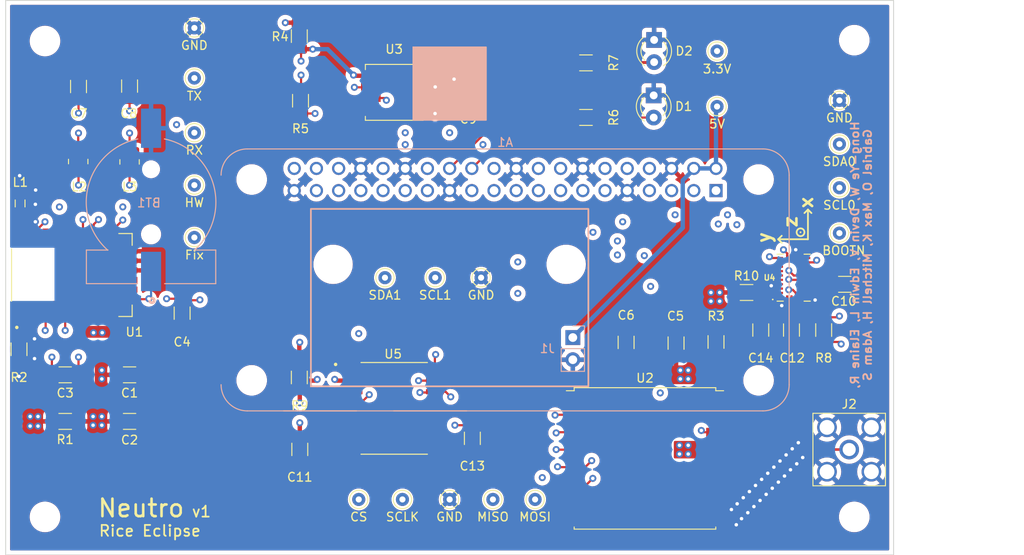
<source format=kicad_pcb>
(kicad_pcb (version 20211014) (generator pcbnew)
  (title_block (title "Neutro") (date "2023-01-05") (rev "v1") (company "Rice Eclipse"))
  (layers (0 "F.Cu" signal) (1 "In1.Cu" signal) (2 "In2.Cu" signal) (31 "B.Cu" signal) (34 "B.Paste" user) (35 "F.Paste" user) (36 "B.SilkS" user "B.Silkscreen") (37 "F.SilkS" user "F.Silkscreen") (38 "B.Mask" user) (39 "F.Mask" user) (44 "Edge.Cuts" user))
  (net 0 "")
  (net 1 "+3.3V")
  (net 2 "+5V")
  (net 3 "SDA1")
  (net 4 "GND")
  (net 5 "SCL1")
  (net 6 "RX")
  (net 7 "TX")
  (net 8 "RST-RTC")
  (net 10 "RST-TRX")
  (net 12 "MOSI0")
  (net 13 "MISO0")
  (net 14 "CLKSEL0")
  (net 15 "SCLK")
  (net 16 "CS")
  (net 17 "SDA0")
  (net 18 "SCL0")
  (net 19 "BOOTN")
  (net 20 "INTN")
  (net 21 "NRST")
  (net 22 "/gps_pwr")
  (net 23 "+BATT")
  (net 24 "Net-(C11-Pad2)")
  (net 25 "Net-(D1-Pad2)")
  (net 26 "Net-(L1-Pad2)")
  (net 27 "Net-(L2-Pad1)")
  (net 28 "Net-(L3-Pad1)")
  (net 29 "Net-(C10-Pad2)")
  (net 31 "Net-(C12-Pad2)")
  (net 32 "Net-(J2-Pad1)")
  (net 46 "Net-(C3-Pad1)")
  (net 47 "Net-(C3-Pad2)")
  (net 48 "DIO0")
  (net 49 "Net-(C9-Pad2)")
  (net 50 "Net-(R2-Pad2)")
  (net 64 "FIX")
  (net 65 "HW")
  (net 69 "Net-(D2-Pad2)")
  (net 70 "Net-(R5-Pad2)")
  (net 71 "Net-(A1-Pad24)")
  (net 72 "Net-(A1-Pad26)")
  (net 75 "/t_pwr")
  (footprint "TestPoint:TestPoint_THTPad_D1.5mm_Drill0.7mm" (layer "F.Cu") (at 157.353 127 180)
    (fp_text reference "TP2")
    (fp_text value "MISO")
  )
  (footprint "Resistor_SMD:R_1206_3216Metric" (layer "F.Cu") (at 103.124 109.8 90)
    (fp_text reference "R2")
    (fp_text value "0")
  )
  (footprint "Capacitor_SMD:C_1206_3216Metric" (layer "F.Cu") (at 115.777998 112.7275 180)
    (fp_text reference "C1")
    (fp_text value "22p")
  )
  (footprint "Resistor_SMD:R_1206_3216Metric" (layer "F.Cu") (at 135.2 113.029 -90)
    (fp_text reference "R9")
    (fp_text value "0")
  )
  (footprint "TestPoint:TestPoint_THTPad_D1.5mm_Drill0.7mm" (layer "F.Cu") (at 145 101.6)
    (fp_text reference "TP14")
    (fp_text value "SDA1")
  )
  (footprint "Capacitor_SMD:C_1206_3216Metric" (layer "F.Cu") (at 135.255 121.269 90)
    (fp_text reference "C11")
    (fp_text value "0.47u")
  )
  (footprint "TestPoint:TestPoint_THTPad_D1.5mm_Drill0.7mm" (layer "F.Cu") (at 123.19 73 180)
    (fp_text reference "TP6")
    (fp_text value "GND")
  )
  (footprint "MountingHole:MountingHole_2.5mm" (layer "F.Cu") (at 198.7 74.4)
    (fp_text reference "H2")
    (fp_text value "MountingHole")
  )
  (footprint "Capacitor_SMD:C_1206_3216Metric" (layer "F.Cu") (at 115.777998 118.0615 180)
    (fp_text reference "C2")
    (fp_text value "2.2u")
  )
  (footprint "TestPoint:TestPoint_THTPad_D1.5mm_Drill0.7mm" (layer "F.Cu") (at 183 82)
    (fp_text reference "TP15")
    (fp_text value "5V")
  )
  (footprint "TestPoint:TestPoint_THTPad_D1.5mm_Drill0.7mm" (layer "F.Cu") (at 142 127 180)
    (fp_text reference "TP4")
    (fp_text value "CS")
  )
  (footprint "TestPoint:TestPoint_THTPad_D1.5mm_Drill0.7mm" (layer "F.Cu") (at 123.19 91)
    (fp_text reference "TP8")
    (fp_text value "HW")
  )
  (footprint "Capacitor_SMD:C_1206_3216Metric" (layer "F.Cu") (at 188 107.6 90)
    (fp_text reference "C14")
    (fp_text value "0.1u")
  )
  (footprint "Capacitor_SMD:C_1206_3216Metric" (layer "F.Cu") (at 154.559 80.264 90)
    (fp_text reference "C9")
    (fp_text value "100 nF")
  )
  (footprint "Resistor_SMD:R_1206_3216Metric" (layer "F.Cu") (at 186.3745 103.3)
    (fp_text reference "R10")
    (fp_text value "0")
  )
  (footprint "Capacitor_SMD:C_1206_3216Metric" (layer "F.Cu") (at 197.612 102.362 180)
    (fp_text reference "C10")
    (fp_text value "0.1u")
  )
  (footprint "TestPoint:TestPoint_THTPad_D1.5mm_Drill0.7mm" (layer "F.Cu") (at 197 81.3)
    (fp_text reference "TP17")
    (fp_text value "GND")
  )
  (footprint "Inductor_SMD:L_1008_2520Metric" (layer "F.Cu") (at 115.777998 88.3435 90)
    (fp_text reference "L3")
    (fp_text value "47n")
  )
  (footprint "Resistor_SMD:R_1206_3216Metric" (layer "F.Cu") (at 195.2 107.6 90)
    (fp_text reference "R8")
    (fp_text value "10k")
  )
  (footprint "TestPoint:TestPoint_THTPad_D1.5mm_Drill0.7mm" (layer "F.Cu") (at 156 101.6)
    (fp_text reference "TP12")
    (fp_text value "GND")
  )
  (footprint "Capacitor_SMD:C_1206_3216Metric" (layer "F.Cu") (at 109.935998 79.7075 90)
    (fp_text reference "C7")
    (fp_text value "22p")
  )
  (footprint "TestPoint:TestPoint_THTPad_D1.5mm_Drill0.7mm" (layer "F.Cu") (at 162.179 127 180)
    (fp_text reference "TP1")
    (fp_text value "MOSI")
  )
  (footprint "Inductor_SMD:L_0805_2012Metric" (layer "F.Cu") (at 103.251 93.1 -90)
    (fp_text reference "L1")
    (fp_text value "1.8n")
  )
  (footprint "TestPoint:TestPoint_THTPad_D1.5mm_Drill0.7mm" (layer "F.Cu") (at 150.75 101.6)
    (fp_text reference "TP13")
    (fp_text value "SCL1")
  )
  (footprint "TestPoint:TestPoint_THTPad_D1.5mm_Drill0.7mm" (layer "F.Cu") (at 147 127)
    (fp_text reference "TP3")
    (fp_text value "SCLK")
  )
  (footprint "Connector_Coaxial:SMA_Amphenol_132203-12_Horizontal" (layer "F.Cu") (at 198.12 121.285 -90)
    (fp_text reference "J2")
    (fp_text value "Conn_Coaxial")
  )
  (footprint "Resistor_SMD:R_1206_3216Metric" (layer "F.Cu") (at 135.3375 81.3375 -90)
    (fp_text reference "R5")
    (fp_text value "4.7K")
  )
  (footprint "Capacitor_SMD:C_1206_3216Metric" (layer "F.Cu") (at 108.411998 112.7275 180)
    (fp_text reference "C3")
    (fp_text value "22p")
  )
  (footprint "Resistor_SMD:R_1206_3216Metric" (layer "F.Cu") (at 168 83.25)
    (fp_text reference "R6")
    (fp_text value "220")
  )
  (footprint "TestPoint:TestPoint_THTPad_D1.5mm_Drill0.7mm" (layer "F.Cu") (at 123.19 78.74)
    (fp_text reference "TP10")
    (fp_text value "TX")
  )
  (footprint "Capacitor_SMD:C_1206_3216Metric" (layer "F.Cu") (at 121.793 105.664 90)
    (fp_text reference "C4")
    (fp_text value "22p")
  )
  (footprint "Inductor_SMD:L_1008_2520Metric" (layer "F.Cu") (at 109.9 88.3 90)
    (fp_text reference "L2")
    (fp_text value "47n")
  )
  (footprint "TestPoint:TestPoint_THTPad_D1.5mm_Drill0.7mm" (layer "F.Cu") (at 197 86.3)
    (fp_text reference "TP19")
    (fp_text value "SDA0")
  )
  (footprint "MountingHole:MountingHole_2.5mm" (layer "F.Cu") (at 106.1 129)
    (fp_text reference "H4")
    (fp_text value "MountingHole")
  )
  (footprint "Resistor_SMD:R_1206_3216Metric" (layer "F.Cu") (at 135.2 73.9375 -90)
    (fp_text reference "R4")
    (fp_text value "0")
  )
  (footprint "Capacitor_SMD:C_1206_3216Metric" (layer "F.Cu") (at 155 120 -90)
    (fp_text reference "C13")
    (fp_text value "0.47u")
  )
  (footprint "Capacitor_SMD:C_1206_3216Metric" (layer "F.Cu") (at 178.308 109.093 -90)
    (fp_text reference "C5")
    (fp_text value "10u")
  )
  (footprint "Resistor_SMD:R_1206_3216Metric" (layer "F.Cu") (at 108.411998 118.0615)
    (fp_text reference "R1")
    (fp_text value "0")
  )
  (footprint "Resistor_SMD:R_1206_3216Metric" (layer "F.Cu") (at 182.88 108.966 -90)
    (fp_text reference "R3")
    (fp_text value "0")
  )
  (footprint "TestPoint:TestPoint_THTPad_D1.5mm_Drill0.7mm" (layer "F.Cu") (at 197 96.5)
    (fp_text reference "TP16")
    (fp_text value "BOOTN")
  )
  (footprint "TestPoint:TestPoint_THTPad_D1.5mm_Drill0.7mm" (layer "F.Cu") (at 183 75.65)
    (fp_text reference "TP11")
    (fp_text value "3.3V")
  )
  (footprint "MountingHole:MountingHole_2.5mm" (layer "F.Cu") (at 198.7 129)
    (fp_text reference "H3")
    (fp_text value "MountingHole")
  )
  (footprint "TestPoint:TestPoint_THTPad_D1.5mm_Drill0.7mm" (layer "F.Cu") (at 197 91.3)
    (fp_text reference "TP18")
    (fp_text value "SCL0")
  )
  (footprint "Neutro_Footprint:M20050-1" (layer "F.Cu") (at 109.174 101.2975 90)
    (fp_text reference "U1")
    (fp_text value "M20050-1")
  )
  (footprint "TestPoint:TestPoint_THTPad_D1.5mm_Drill0.7mm" (layer "F.Cu") (at 123.19 85)
    (fp_text reference "TP9")
    (fp_text value "RX")
  )
  (footprint "TestPoint:TestPoint_THTPad_D1.5mm_Drill0.7mm" (layer "F.Cu") (at 152.4 127 180)
    (fp_text reference "TP5")
    (fp_text value "GND")
  )
  (footprint "Neutro_Footprint:DS3231M" (layer "F.Cu") (at 146.058 116.57)
    (fp_text reference "U5")
    (fp_text value "DS3231M_1")
  )
  (footprint "MountingHole:MountingHole_2.5mm" (layer "F.Cu") (at 106.1 74.5)
    (fp_text reference "H1")
    (fp_text value "MountingHole")
  )
  (footprint "Resistor_SMD:R_1206_3216Metric" (layer "F.Cu") (at 168 77)
    (fp_text reference "R7")
    (fp_text value "220")
  )
  (footprint "Capacitor_SMD:C_1206_3216Metric" (layer "F.Cu") (at 191.516 107.6 90)
    (fp_text reference "C12")
    (fp_text value "0.1u")
  )
  (footprint "Capacitor_SMD:C_1206_3216Metric" (layer "F.Cu") (at 115.777998 79.6585 90)
    (fp_text reference "C8")
    (fp_text value "22p")
  )
  (footprint "Neutro_Footprint:HOPERF_RFM9XW_SMD" (layer "F.Cu") (at 174.752 122.301)
    (fp_text reference "U2")
    (fp_text value "RFM96W-433S2_1")
  )
  (footprint "LED_THT:LED_D3.0mm" (layer "F.Cu") (at 175.75 80.725 -90)
    (fp_text reference "D1")
    (fp_text value "Red")
  )
  (footprint "Neutro_Footprint:MS5803-01BA_Miniature_Altimeter_Module" (layer "F.Cu") (at 146.058 80.376)
    (fp_text reference "U3")
    (fp_text value "MS5803-01BA")
  )
  (footprint "Neutro_Footprint:BNO085" (layer "F.Cu") (at 191.77 101.6 90)
    (fp_text reference "U4")
    (fp_text value "BNO080")
  )
  (footprint "TestPoint:TestPoint_THTPad_D1.5mm_Drill0.7mm" (layer "F.Cu") (at 123.19 97 180)
    (fp_text reference "TP7")
    (fp_text value "Fix")
  )
  (footprint "LED_THT:LED_D3.0mm" (layer "F.Cu") (at 175.8 74.375 -90)
    (fp_text reference "D2")
    (fp_text value "Green")
  )
  (footprint "Capacitor_SMD:C_1206_3216Metric" (layer "F.Cu") (at 172.593 109.015 -90)
    (fp_text reference "C6")
    (fp_text value "0.1u")
  )
  (footprint "Neutro_Footprint:ADA3708_RPI-ZERO" (layer "B.Cu") (at 158.75 90.358 180)
    (fp_text reference "A1")
    (fp_text value "ADA3708")
  )
  (footprint "Neutro_Footprint:BAT_S8411-45R" (layer "B.Cu") (at 118.237 92.912099 180)
    (fp_text reference "BT1")
    (fp_text value "BAT_S8411-45R")
  )
  (footprint "Neutro_Footprint:Sparkfun_Lipo_Converter" (layer "B.Cu") (at 153.035 103.886 180)
    (fp_text reference "J1")
    (fp_text value "SparkFun_Lipo_Converter")
  )
  (gr_rect (start 148.225 83.55) (end 156.575 75.2) (layer "B.SilkS") (width 0.15) (fill solid))
  (gr_line (start 193.4 93.8) (end 193.4 97.2) (layer "F.SilkS") (width 0.2))
  (gr_line (start 192.552787 96.4) (end 192.552787 96.4) (layer "F.SilkS") (width 0.2))
  (gr_line (start 193.4 93.8) (end 193.8 94.2) (layer "F.SilkS") (width 0.2))
  (gr_line (start 190 97.2) (end 190.4 97.6) (layer "F.SilkS") (width 0.2))
  (gr_line (start 190 97.2) (end 190.4 96.8) (layer "F.SilkS") (width 0.2))
  (gr_line (start 193.4 93.8) (end 193 94.2) (layer "F.SilkS") (width 0.2))
  (gr_circle (center 192.552787 96.4) (end 193.000001 96.4) (layer "F.SilkS") (width 0.2) (fill none))
  (gr_line (start 193.4 97.2) (end 190 97.2) (layer "F.SilkS") (width 0.2))
  (gr_line (start 190.4 97.6) (end 190 97.2) (layer "F.SilkS") (width 0.2))
  (gr_rect (start 101.6 69.85) (end 203.2 133.35) (layer "Edge.Cuts") (width 0.1) (fill none))
  (gr_text "Hong-Ye W, Devin V, Edwin L, Elaine R,\nGabriel O, Max K, Mitchell H, Adam S" (at 199.5 99 90) (layer "B.SilkS") (effects (font (size 0.9 1) (thickness 0.2)) (justify mirror)))
  (gr_text "y\n" (at 188.4 97 90) (layer "F.SilkS") (effects (font (size 1.5 1.5) (thickness 0.3))))
  (gr_text "Rice Eclipse" (at 118.1 130.6) (layer "F.SilkS") (effects (font (size 1.25 1.25) (thickness 0.2))))
  (gr_text "z" (at 191.4 95.2 90) (layer "F.SilkS") (effects (font (size 1.5 1.5) (thickness 0.3))))
  (gr_text "Neutro" (at 117.1 128) (layer "F.SilkS") (effects (font (size 2 2) (thickness 0.3))))
  (gr_text "v1\n" (at 124 128.4) (layer "F.SilkS") (effects (font (size 1.25 1.25) (thickness 0.2))))
  (gr_text "x" (at 193.2 93 90) (layer "F.SilkS") (effects (font (size 1.5 1.5) (thickness 0.3))))
  (segment (start 135.1375 72.4) (end 133.6 72.4) (width 0.5) (layer "F.Cu") (net 1))
  (segment (start 197.2 109.2) (end 196.9625 108.9625) (width 0.25) (layer "F.Cu") (net 1))
  (segment (start 135.2 109.05) (end 135.25 109) (width 0.5) (layer "F.Cu") (net 1))
  (segment (start 135.2 111.5665) (end 135.2 109.05) (width 0.5) (layer "F.Cu") (net 1))
  (segment (start 196.9625 108.9625) (end 195.2 108.9625) (width 0.25) (layer "F.Cu") (net 1))
  (via (at 197.2 109.2) (size 0.8) (drill 0.4) (layers "F.Cu" "B.Cu") (net 1))
  (via (at 182.3 103.3) (size 0.8) (drill 0.4) (layers "F.Cu" "B.Cu") (net 1))
  (via (at 135.25 109) (size 0.8) (drill 0.4) (layers "F.Cu" "B.Cu") (net 1))
  (via (at 105.3 118.6) (size 0.8) (drill 0.4) (layers "F.Cu" "B.Cu") (net 1))
  (via (at 183.3 103.3) (size 0.8) (drill 0.4) (layers "F.Cu" "B.Cu") (net 1))
  (via (at 105.3 117.5) (size 0.8) (drill 0.4) (layers "F.Cu" "B.Cu") (net 1))
  (via (at 133.6 72.4) (size 0.8) (drill 0.4) (layers "F.Cu" "B.Cu") (net 1))
  (via (at 183.3 104.3) (size 0.8) (drill 0.4) (layers "F.Cu" "B.Cu") (net 1))
  (via (at 104.4 118.6) (size 0.8) (drill 0.4) (layers "F.Cu" "B.Cu") (net 1))
  (via (at 104.4 117.5) (size 0.8) (drill 0.4) (layers "F.Cu" "B.Cu") (net 1))
  (via (at 182.3 104.3) (size 0.8) (drill 0.4) (layers "F.Cu" "B.Cu") (net 1))
  (segment (start 166.497 108.458) (end 179.072917 95.882083) (width 0.5) (layer "B.Cu") (net 2))
  (segment (start 180.439083 89.088) (end 182.88 89.088) (width 0.5) (layer "B.Cu") (net 2))
  (segment (start 182.88 82.12) (end 183 82) (width 0.5) (layer "B.Cu") (net 2))
  (segment (start 182.88 89.088) (end 182.88 82.12) (width 0.5) (layer "B.Cu") (net 2))
  (segment (start 179.072917 95.882083) (end 179.072917 90.454166) (width 0.5) (layer "B.Cu") (net 2))
  (segment (start 179.072917 90.454166) (end 180.439083 89.088) (width 0.5) (layer "B.Cu") (net 2))
  (segment (start 148.844 113.395) (end 150.705 113.395) (width 0.25) (layer "F.Cu") (net 3))
  (segment (start 144.907 81.026) (end 145.161 81.28) (width 0.25) (layer "F.Cu") (net 3))
  (segment (start 143.383 81.026) (end 144.907 81.026) (width 0.25) (layer "F.Cu") (net 3))
  (via (at 148.844 113.395) (size 0.8) (drill 0.4) (layers "F.Cu" "B.Cu") (net 3))
  (via (at 145.161 81.28) (size 0.8) (drill 0.4) (layers "F.Cu" "B.Cu") (net 3))
  (segment (start 192.52 103.9125) (end 193.27 103.9125) (width 0.25) (layer "F.Cu") (net 4))
  (segment (start 193.910971 103.85) (end 194.221153 104.160182) (width 0.25) (layer "F.Cu") (net 4))
  (segment (start 190.2075 101.85) (end 189.595 101.85) (width 0.25) (layer "F.Cu") (net 4))
  (segment (start 191.02 104.18) (end 191.02 103.9125) (width 0.25) (layer "F.Cu") (net 4))
  (segment (start 103.974 96.226) (end 105 95.2) (width 0.25) (layer "F.Cu") (net 4))
  (segment (start 189.2 102.245) (end 189.2 102.5245) (width 0.25) (layer "F.Cu") (net 4))
  (segment (start 193.3325 103.85) (end 193.910971 103.85) (width 0.25) (layer "F.Cu") (net 4))
  (segment (start 192 98.4) (end 192 98.705) (width 0.25) (layer "F.Cu") (net 4))
  (segment (start 189.595 101.85) (end 189.2 102.245) (width 0.25) (layer "F.Cu") (net 4))
  (segment (start 192.02 98.725) (end 192.02 99.2875) (width 0.25) (layer "F.Cu") (net 4))
  (segment (start 192 98.705) (end 192.02 98.725) (width 0.25) (layer "F.Cu") (net 4))
  (segment (start 190.4 104.8) (end 191.02 104.18) (width 0.25) (layer "F.Cu") (net 4))
  (segment (start 192.1 120.7) (end 192.3 120.5) (width 0.25) (layer "F.Cu") (net 4))
  (segment (start 193.27 103.9125) (end 193.3325 103.85) (width 0.25) (layer "F.Cu") (net 4))
  (segment (start 103.974 96.9775) (end 103.974 96.226) (width 0.25) (layer "F.Cu") (net 4))
  (via (at 192.3 120.5) (size 0.8) (drill 0.4) (layers "F.Cu" "B.Cu") (net 4))
  (via (at 105 95.2) (size 0.8) (drill 0.4) (layers "F.Cu" "B.Cu") (net 4))
  (via (at 190.7175 124.3175) (size 0.8) (drill 0.4) (layers "F.Cu" "B.Cu") (net 4))
  (via (at 187.2175 127.8175) (size 0.8) (drill 0.4) (layers "F.Cu" "B.Cu") (net 4))
  (via (at 190.2 122.6) (size 0.8) (drill 0.4) (layers "F.Cu" "B.Cu") (net 4))
  (via (at 104.902 110.871) (size 0.8) (drill 0.4) (layers "F.Cu" "B.Cu") (net 4))
  (via (at 189.5 123.3) (size 0.8) (drill 0.4) (layers "F.Cu" "B.Cu") (net 4))
  (via (at 190.9 121.9) (size 0.8) (drill 0.4) (layers "F.Cu" "B.Cu") (net 4))
  (via (at 192.1175 122.9175) (size 0.8) (drill 0.4) (layers "F.Cu" "B.Cu") (net 4))
  (via (at 104.9 108.6) (size 0.8) (drill 0.4) (layers "F.Cu" "B.Cu") (net 4))
  (via (at 105.029 91.567) (size 0.8) (drill 0.4) (layers "F.Cu" "B.Cu") (net 4))
  (via (at 187.4 125.4) (size 0.8) (drill 0.4) (layers "F.Cu" "B.Cu") (net 4))
  (via (at 187.9175 127.1175) (size 0.8) (drill 0.4) (layers "F.Cu" "B.Cu") (net 4))
  (via (at 186.7 126.1) (size 0.8) (drill 0.4) (layers "F.Cu" "B.Cu") (net 4))
  (via (at 190.0175 125.0175) (size 0.8) (drill 0.4) (layers "F.Cu" "B.Cu") (net 4))
  (via (at 103.2002 89.916) (size 0.8) (drill 0.4) (layers "F.Cu" "B.Cu") (net 4))
  (via (at 191.4 123.6) (size 0.8) (drill 0.4) (layers "F.Cu" "B.Cu") (net 4))
  (via (at 105 93.2) (size 0.8) (drill 0.4) (layers "F.Cu" "B.Cu") (net 4))
  (via (at 186.5175 128.5175) (size 0.8) (drill 0.4) (layers "F.Cu" "B.Cu") (net 4))
  (via (at 194.221153 104.160182) (size 0.8) (drill 0.4) (layers "F.Cu" "B.Cu") (net 4))
  (via (at 191.6 121.2) (size 0.8) (drill 0.4) (layers "F.Cu" "B.Cu") (net 4))
  (via (at 188.6175 126.4175) (size 0.8) (drill 0.4) (layers "F.Cu" "B.Cu") (net 4))
  (via (at 189.2 102.5245) (size 0.8) (drill 0.4) (layers "F.Cu" "B.Cu") (net 4))
  (via (at 190.4 104.8) (size 0.8) (drill 0.4) (layers "F.Cu" "B.Cu") (net 4))
  (via (at 186 126.8) (size 0.8) (drill 0.4) (layers "F.Cu" "B.Cu") (net 4))
  (via (at 185.8 129.2) (size 0.8) (drill 0.4) (layers "F.Cu" "B.Cu") (net 4))
  (via (at 188.8 124) (size 0.8) (drill 0.4) (layers "F.Cu" "B.Cu") (net 4))
  (via (at 103.124 112.9095) (size 0.8) (drill 0.4) (layers "F.Cu" "B.Cu") (net 4))
  (via (at 185.2 129.9) (size 0.8) (drill 0.4) (layers "F.Cu" "B.Cu") (net 4))
  (via (at 192.8 122.2) (size 0.8) (drill 0.4) (layers "F.Cu" "B.Cu") (net 4))
  (via (at 184.643 128.157) (size 0.8) (drill 0.4) (layers "F.Cu" "B.Cu") (net 4))
  (via (at 192 98.4) (size 0.8) (drill 0.4) (layers "F.Cu" "B.Cu") (net 4))
  (via (at 189.3175 125.7175) (size 0.8) (drill 0.4) (layers "F.Cu" "B.Cu") (net 4))
  (via (at 188.1 124.7) (size 0.8) (drill 0.4) (layers "F.Cu" "B.Cu") (net 4))
  (via (at 185.3 127.5) (size 0.8) (drill 0.4) (layers "F.Cu" "B.Cu") (net 4))
  (segment (start 148.733 82.276) (end 150.2035 82.276) (width 0.25) (layer "F.Cu") (net 5))
  (segment (start 150.2035 82.276) (end 150.7315 82.804) (width 0.25) (layer "F.Cu") (net 5))
  (segment (start 150.713 110.487) (end 150.8 110.4) (width 0.25) (layer "F.Cu") (net 5))
  (segment (start 150.713 112.125) (end 150.713 110.487) (width 0.25) (layer "F.Cu") (net 5))
  (via (at 150.7315 82.804) (size 0.8) (drill 0.4) (layers "F.Cu" "B.Cu") (net 5))
  (via (at 150.8 110.4) (size 0.8) (drill 0.4) (layers "F.Cu" "B.Cu") (net 5))
  (segment (start 109.9 85.077498) (end 109.935998 85.0415) (width 0.25) (layer "F.Cu") (net 6))
  (segment (start 109.9 86.725) (end 109.9 85.077498) (width 0.25) (layer "F.Cu") (net 6))
  (segment (start 109.935998 81.1825) (end 109.935998 82.7555) (width 0.25) (layer "F.Cu") (net 6))
  (via (at 147.32 86.36) (size 0.8) (drill 0.4) (layers "F.Cu" "B.Cu") (net 6))
  (via (at 109.935998 82.7555) (size 0.8) (drill 0.4) (layers "F.Cu" "B.Cu") (net 6))
  (via (at 121.158 84.074) (size 0.8) (drill 0.4) (layers "F.Cu" "B.Cu") (net 6))
  (via (at 156.21 86.36) (size 0.8) (drill 0.4) (layers "F.Cu" "B.Cu") (net 6))
  (via (at 109.935998 85.0415) (size 0.8) (drill 0.4) (layers "F.Cu" "B.Cu") (net 6))
  (segment (start 115.777998 85.0415) (end 115.777998 86.7685) (width 0.25) (layer "F.Cu") (net 7))
  (segment (start 115.777998 81.1335) (end 115.777998 82.5015) (width 0.25) (layer "F.Cu") (net 7))
  (via (at 147.32 85.0005) (size 0.8) (drill 0.4) (layers "F.Cu" "B.Cu") (net 7))
  (via (at 115.777998 85.0415) (size 0.8) (drill 0.4) (layers "F.Cu" "B.Cu") (net 7))
  (via (at 152.4 85.0005) (size 0.8) (drill 0.4) (layers "F.Cu" "B.Cu") (net 7))
  (via (at 115.777998 82.5015) (size 0.8) (drill 0.4) (layers "F.Cu" "B.Cu") (net 7))
  (segment (start 142.265 115.935) (end 143.2 115) (width 0.25) (layer "F.Cu") (net 8))
  (segment (start 141.403 115.935) (end 142.265 115.935) (width 0.25) (layer "F.Cu") (net 8))
  (via (at 143.2 115) (size 0.8) (drill 0.4) (layers "F.Cu" "B.Cu") (net 8))
  (segment (start 166.752 125.301) (end 168.069 125.301) (width 0.25) (layer "F.Cu") (net 10))
  (segment (start 168.069 125.301) (end 168.783 124.587) (width 0.25) (layer "F.Cu") (net 10))
  (via (at 168.783 124.587) (size 0.8) (drill 0.4) (layers "F.Cu" "B.Cu") (net 10))
  (segment (start 164.671 119.301) (end 164.592 119.38) (width 0.25) (layer "F.Cu") (net 12))
  (segment (start 166.752 119.301) (end 164.671 119.301) (width 0.25) (layer "F.Cu") (net 12))
  (via (at 160.2 103.4) (size 0.8) (drill 0.4) (layers "F.Cu" "B.Cu") (net 12))
  (via (at 160.2 99.8) (size 0.8) (drill 0.4) (layers "F.Cu" "B.Cu") (net 12))
  (via (at 164.592 119.38) (size 0.8) (drill 0.4) (layers "F.Cu" "B.Cu") (net 12))
  (segment (start 166.752 117.301) (end 164.512 117.301) (width 0.25) (layer "F.Cu") (net 13))
  (segment (start 164.512 117.301) (end 164.465 117.348) (width 0.25) (layer "F.Cu") (net 13))
  (via (at 164.465 117.348) (size 0.8) (drill 0.4) (layers "F.Cu" "B.Cu") (net 13))
  (segment (start 191.2 101.8) (end 191.25 101.85) (width 0.25) (layer "F.Cu") (net 14))
  (segment (start 191.25 101.85) (end 193.3325 101.85) (width 0.25) (layer "F.Cu") (net 14))
  (via (at 171.6 97.4) (size 0.8) (drill 0.4) (layers "F.Cu" "B.Cu") (net 14))
  (via (at 191.2 101.8) (size 0.8) (drill 0.4) (layers "F.Cu" "B.Cu") (net 14))
  (segment (start 164.608 121.301) (end 164.592 121.285) (width 0.25) (layer "F.Cu") (net 15))
  (segment (start 166.752 121.301) (end 164.608 121.301) (width 0.25) (layer "F.Cu") (net 15))
  (via (at 164.592 121.285) (size 0.8) (drill 0.4) (layers "F.Cu" "B.Cu") (net 15))
  (via (at 163 124.5) (size 0.8) (drill 0.4) (layers "F.Cu" "B.Cu") (net 15))
  (segment (start 167.91 123.301) (end 168.656 122.555) (width 0.25) (layer "F.Cu") (net 16))
  (segment (start 164.801 123.301) (end 164.75 123.25) (width 0.25) (layer "F.Cu") (net 16))
  (segment (start 166.752 123.301) (end 164.801 123.301) (width 0.25) (layer "F.Cu") (net 16))
  (segment (start 166.752 123.301) (end 167.91 123.301) (width 0.25) (layer "F.Cu") (net 16))
  (via (at 164.75 123.25) (size 0.8) (drill 0.4) (layers "F.Cu" "B.Cu") (net 16))
  (via (at 168.656 122.555) (size 0.8) (drill 0.4) (layers "F.Cu" "B.Cu") (net 16))
  (segment (start 189.15 99.35) (end 189 99.2) (width 0.25) (layer "F.Cu") (net 17))
  (segment (start 190.2075 99.35) (end 189.15 99.35) (width 0.25) (layer "F.Cu") (net 17))
  (via (at 189 99.2) (size 0.8) (drill 0.4) (layers "F.Cu" "B.Cu") (net 17))
  (segment (start 191.02 98.82) (end 190.6 98.4) (width 0.25) (layer "F.Cu") (net 18))
  (segment (start 191.02 99.2875) (end 191.02 98.82) (width 0.25) (layer "F.Cu") (net 18))
  (via (at 190.6 98.4) (size 0.8) (drill 0.4) (layers "F.Cu" "B.Cu") (net 18))
  (via (at 183.143701 95.456299) (size 0.8) (drill 0.4) (layers "F.Cu" "B.Cu") (net 18))
  (via (at 185.268299 95.531701) (size 0.8) (drill 0.4) (layers "F.Cu" "B.Cu") (net 18))
  (segment (start 197 106) (end 196.8625 106.1375) (width 0.25) (layer "F.Cu") (net 19))
  (segment (start 192.2 104.8) (end 193.88125 104.8) (width 0.25) (layer "F.Cu") (net 19))
  (segment (start 192.02 103.9125) (end 192.02 104.62) (width 0.25) (layer "F.Cu") (net 19))
  (segment (start 192.02 103.35) (end 192.02 103.9125) (width 0.25) (layer "F.Cu") (net 19))
  (segment (start 191.655113 102.985113) (end 192.02 103.35) (width 0.25) (layer "F.Cu") (net 19))
  (segment (start 193.88125 104.8) (end 195.11875 106.0375) (width 0.25) (layer "F.Cu") (net 19))
  (segment (start 195.11875 106.0375) (end 195.2 106.0375) (width 0.25) (layer "F.Cu") (net 19))
  (segment (start 192.02 104.62) (end 192.2 104.8) (width 0.25) (layer "F.Cu") (net 19))
  (segment (start 191.2 102.985113) (end 191.655113 102.985113) (width 0.25) (layer "F.Cu") (net 19))
  (segment (start 196.8625 106.1375) (end 195.2 106.1375) (width 0.25) (layer "F.Cu") (net 19))
  (via (at 191.2 102.985113) (size 0.8) (drill 0.4) (layers "F.Cu" "B.Cu") (net 19))
  (via (at 171.6 99) (size 0.8) (drill 0.4) (layers "F.Cu" "B.Cu") (net 19))
  (via (at 168.8 96.4) (size 0.8) (drill 0.4) (layers "F.Cu" "B.Cu") (net 19))
  (via (at 197 106) (size 0.8) (drill 0.4) (layers "F.Cu" "B.Cu") (net 19))
  (segment (start 193.3325 99.85) (end 194.15 99.85) (width 0.25) (layer "F.Cu") (net 20))
  (segment (start 194.15 99.85) (end 194.4 99.6) (width 0.25) (layer "F.Cu") (net 20))
  (via (at 178.2 94.4) (size 0.8) (drill 0.4) (layers "F.Cu" "B.Cu") (net 20))
  (via (at 194.4 99.6) (size 0.8) (drill 0.4) (layers "F.Cu" "B.Cu") (net 20))
  (via (at 184.2 94.4) (size 0.8) (drill 0.4) (layers "F.Cu" "B.Cu") (net 20))
  (segment (start 191.774598 101.35) (end 193.3325 101.35) (width 0.25) (layer "F.Cu") (net 21))
  (segment (start 191.212299 100.787701) (end 191.774598 101.35) (width 0.25) (layer "F.Cu") (net 21))
  (via (at 172.2 95.2) (size 0.8) (drill 0.4) (layers "F.Cu" "B.Cu") (net 21))
  (via (at 191.212299 100.787701) (size 0.8) (drill 0.4) (layers "F.Cu" "B.Cu") (net 21))
  (via (at 112.6 117.5) (size 0.8) (drill 0.4) (layers "F.Cu" "B.Cu") (net 22))
  (via (at 112.6 113.2) (size 0.8) (drill 0.4) (layers "F.Cu" "B.Cu") (net 22))
  (via (at 111.65 107.9) (size 0.8) (drill 0.4) (layers "F.Cu" "B.Cu") (net 22))
  (via (at 111.6 117.5) (size 0.8) (drill 0.4) (layers "F.Cu" "B.Cu") (net 22))
  (via (at 112.65 107.9) (size 0.8) (drill 0.4) (layers "F.Cu" "B.Cu") (net 22))
  (via (at 112.6 112.2) (size 0.8) (drill 0.4) (layers "F.Cu" "B.Cu") (net 22))
  (via (at 112.6 118.5) (size 0.8) (drill 0.4) (layers "F.Cu" "B.Cu") (net 22))
  (via (at 111.6 118.5) (size 0.8) (drill 0.4) (layers "F.Cu" "B.Cu") (net 22))
  (segment (start 150.628 114.75) (end 150.713 114.665) (width 0.25) (layer "F.Cu") (net 23))
  (segment (start 123.776 104.189) (end 121.793 104.189) (width 0.25) (layer "F.Cu") (net 23))
  (segment (start 120.015 104.013) (end 121.617 104.013) (width 0.25) (layer "F.Cu") (net 23))
  (segment (start 117.983 104.013) (end 117.9285 104.0675) (width 0.25) (layer "F.Cu") (net 23))
  (segment (start 117.9285 104.0675) (end 115.674 104.0675) (width 0.25) (layer "F.Cu") (net 23))
  (segment (start 151.942 114.665) (end 150.705 114.665) (width 0.25) (layer "F.Cu") (net 23))
  (segment (start 153 118.5) (end 154.975 118.5) (width 0.25) (layer "F.Cu") (net 23))
  (segment (start 123.825 104.14) (end 123.776 104.189) (width 0.25) (layer "F.Cu") (net 23))
  (segment (start 154.975 118.5) (end 155 118.525) (width 0.25) (layer "F.Cu") (net 23))
  (segment (start 149 114.75) (end 150.628 114.75) (width 0.25) (layer "F.Cu") (net 23))
  (segment (start 152.527 115.25) (end 151.942 114.665) (width 0.25) (layer "F.Cu") (net 23))
  (via (at 117.983 104.013) (size 0.8) (drill 0.4) (layers "F.Cu" "B.Cu") (net 23))
  (via (at 153 118.5) (size 0.8) (drill 0.4) (layers "F.Cu" "B.Cu") (net 23))
  (via (at 152.527 115.25) (size 0.8) (drill 0.4) (layers "F.Cu" "B.Cu") (net 23))
  (via (at 123.825 104.14) (size 0.8) (drill 0.4) (layers "F.Cu" "B.Cu") (net 23))
  (via (at 149 114.75) (size 0.8) (drill 0.4) (layers "F.Cu" "B.Cu") (net 23))
  (via (at 142 108) (size 0.8) (drill 0.4) (layers "F.Cu" "B.Cu") (net 23))
  (via (at 120.015 104.013) (size 0.8) (drill 0.4) (layers "F.Cu" "B.Cu") (net 23))
  (segment (start 117.983 104.013) (end 118.237 103.759) (width 0.25) (layer "B.Cu") (net 23))
  (segment (start 118.237 103.759) (end 118.237 101.014099) (width 0.25) (layer "B.Cu") (net 23))
  (segment (start 137.16 113.395) (end 136.3365 113.395) (width 0.5) (layer "F.Cu") (net 24))
  (segment (start 141.395 113.395) (end 139.319 113.395) (width 0.5) (layer "F.Cu") (net 24))
  (segment (start 135.255 114.4765) (end 135.255 115.935) (width 0.5) (layer "F.Cu") (net 24))
  (segment (start 135.255 118.221) (end 135.255 119.794) (width 0.5) (layer "F.Cu") (net 24))
  (segment (start 136.3365 113.395) (end 135.255 114.4765) (width 0.5) (layer "F.Cu") (net 24))
  (via (at 137.25 113.25) (size 0.8) (drill 0.4) (layers "F.Cu" "B.Cu") (net 24))
  (via (at 139.25 113.25) (size 0.8) (drill 0.4) (layers "F.Cu" "B.Cu") (net 24))
  (via (at 135.255 115.935) (size 0.8) (drill 0.4) (layers "F.Cu" "B.Cu") (net 24))
  (via (at 135.255 118.221) (size 0.8) (drill 0.4) (layers "F.Cu" "B.Cu") (net 24))
  (segment (start 169.4775 83.265) (end 175.75 83.265) (width 0.25) (layer "F.Cu") (net 25))
  (segment (start 169.4625 83.25) (end 169.4775 83.265) (width 0.25) (layer "F.Cu") (net 25))
  (segment (start 102.874 94.5395) (end 103.251 94.1625) (width 0.25) (layer "F.Cu") (net 26))
  (segment (start 102.874 96.9775) (end 102.874 94.5395) (width 0.25) (layer "F.Cu") (net 26))
  (segment (start 109.935998 89.910998) (end 109.9 89.875) (width 0.25) (layer "F.Cu") (net 27))
  (segment (start 110.443998 94.9475) (end 110.443998 96.8475) (width 0.25) (layer "F.Cu") (net 27))
  (segment (start 109.935998 91) (end 109.935998 89.910998) (width 0.25) (layer "F.Cu") (net 27))
  (via (at 110.443998 94.9475) (size 0.8) (drill 0.4) (layers "F.Cu" "B.Cu") (net 27))
  (via (at 109.935998 91) (size 0.8) (drill 0.4) (layers "F.Cu" "B.Cu") (net 27))
  (segment (start 115.777998 89.9185) (end 115.777998 91) (width 0.25) (layer "F.Cu") (net 28))
  (segment (start 112.221998 94.9475) (end 111.673998 95.4955) (width 0.25) (layer "F.Cu") (net 28))
  (segment (start 111.673998 95.4955) (end 111.673998 96.9775) (width 0.25) (layer "F.Cu") (net 28))
  (via (at 115.777998 91) (size 0.8) (drill 0.4) (layers "F.Cu" "B.Cu") (net 28))
  (via (at 112.221998 94.9475) (size 0.8) (drill 0.4) (layers "F.Cu" "B.Cu") (net 28))
  (segment (start 196.125 102.35) (end 196.137 102.362) (width 0.25) (layer "F.Cu") (net 29))
  (segment (start 193.3325 102.35) (end 196.125 102.35) (width 0.25) (layer "F.Cu") (net 29))
  (segment (start 187.837 105.862) (end 188 106.025) (width 0.35) (layer "F.Cu") (net 31))
  (segment (start 191.516 106.025) (end 188 106.025) (width 0.5) (layer "F.Cu") (net 31))
  (segment (start 190.2075 103.35) (end 187.987 103.35) (width 0.35) (layer "F.Cu") (net 31))
  (segment (start 191.52 103.9125) (end 191.52 106.021) (width 0.35) (layer "F.Cu") (net 31))
  (segment (start 191.52 106.021) (end 191.516 106.025) (width 0.35) (layer "F.Cu") (net 31))
  (segment (start 187.987 103.35) (end 187.837 103.5) (width 0.35) (layer "F.Cu") (net 31))
  (segment (start 187.837 103.5) (end 187.837 105.862) (width 0.5) (layer "F.Cu") (net 31))
  (segment (start 192.659 121.285) (end 193.685 121.285) (width 0.29337) (layer "F.Cu") (net 32))
  (segment (start 193.685 121.285) (end 198.12 121.285) (width 0.29337) (layer "F.Cu") (net 32))
  (segment (start 182.752 129.301) (end 184.643 129.301) (width 0.29337) (layer "F.Cu") (net 32))
  (segment (start 184.643 129.301) (end 192.659 121.285) (width 0.29337) (layer "F.Cu") (net 32))
  (segment (start 108.411998 105.6155) (end 108.411998 107.6475) (width 0.25) (layer "F.Cu") (net 46))
  (segment (start 109.935998 110.6955) (end 109.935998 112.6785) (width 0.25) (layer "F.Cu") (net 46))
  (via (at 109.935998 110.6955) (size 0.8) (drill 0.4) (layers "F.Cu" "B.Cu") (net 46))
  (via (at 108.411998 107.6475) (size 0.8) (drill 0.4) (layers "F.Cu" "B.Cu") (net 46))
  (segment (start 106.173998 105.6175) (end 106.173998 107.5995) (width 0.25) (layer "F.Cu") (net 47))
  (segment (start 106.887998 110.6955) (end 106.887998 112.6785) (width 0.25) (layer "F.Cu") (net 47))
  (segment (start 106.173998 107.5995) (end 106.125998 107.6475) (width 0.25) (layer "F.Cu") (net 47))
  (via (at 106.887998 110.6955) (size 0.8) (drill 0.4) (layers "F.Cu" "B.Cu") (net 47))
  (via (at 106.125998 107.6475) (size 0.8) (drill 0.4) (layers "F.Cu" "B.Cu") (net 47))
  (segment (start 182.752 119.301) (end 181.401 119.301) (width 0.25) (layer "F.Cu") (net 48))
  (segment (start 181.401 119.301) (end 181.2 119.1) (width 0.25) (layer "F.Cu") (net 48))
  (via (at 175.4 102.6) (size 0.8) (drill 0.4) (layers "F.Cu" "B.Cu") (net 48))
  (via (at 176.5 114.8) (size 0.8) (drill 0.4) (layers "F.Cu" "B.Cu") (net 48))
  (via (at 181.2 119.1) (size 0.8) (drill 0.4) (layers "F.Cu" "B.Cu") (net 48))
  (via (at 174.676812 99.076812) (size 0.8) (drill 0.4) (layers "F.Cu" "B.Cu") (net 48))
  (segment (start 135.4 75.6) (end 135.2 75.4) (width 0.25) (layer "F.Cu") (net 49))
  (segment (start 150.1 77.3) (end 150.749 77.949) (width 0.25) (layer "F.Cu") (net 49))
  (segment (start 152.908 78.867) (end 152.986 78.789) (width 0.25) (layer "F.Cu") (net 49))
  (segment (start 152.986 78.789) (end 154.559 78.789) (width 0.25) (layer "F.Cu") (net 49))
  (segment (start 143.4305 78.476) (end 144.6065 77.3) (width 0.25) (layer "F.Cu") (net 49))
  (segment (start 135.4 76.8) (end 135.4 75.6) (width 0.25) (layer "F.Cu") (net 49))
  (segment (start 150.749 77.949) (end 150.749 79.756) (width 0.25) (layer "F.Cu") (net 49))
  (segment (start 135.4 75.43125) (end 136.7375 75.43125) (width 0.5) (layer "F.Cu") (net 49))
  (segment (start 135.4 78.4) (end 135.4 79.8125) (width 0.25) (layer "F.Cu") (net 49))
  (segment (start 135.4 79.8125) (end 135.3375 79.875) (width 0.25) (layer "F.Cu") (net 49))
  (segment (start 143.4305 78.476) (end 141.4705 78.476) (width 0.5) (layer "F.Cu") (net 49))
  (segment (start 144.6065 77.3) (end 150.1 77.3) (width 0.25) (layer "F.Cu") (net 49))
  (via (at 135.4 78.4) (size 0.8) (drill 0.4) (layers "F.Cu" "B.Cu") (net 49))
  (via (at 150.749 79.756) (size 0.8) (drill 0.4) (layers "F.Cu" "B.Cu") (net 49))
  (via (at 152.908 78.867) (size 0.8) (drill 0.4) (layers "F.Cu" "B.Cu") (net 49))
  (via (at 136.7375 75.43125) (size 0.8) (drill 0.4) (layers "F.Cu" "B.Cu") (net 49))
  (via (at 135.4 76.8) (size 0.8) (drill 0.4) (layers "F.Cu" "B.Cu") (net 49))
  (via (at 141.4 78.4) (size 0.8) (drill 0.4) (layers "F.Cu" "B.Cu") (net 49))
  (segment (start 138.43125 75.43125) (end 136.7375 75.43125) (width 0.5) (layer "B.Cu") (net 49))
  (segment (start 141.4 78.4) (end 138.43125 75.43125) (width 0.5) (layer "B.Cu") (net 49))
  (segment (start 102.874 107.7) (end 103.124 107.95) (width 0.25) (layer "F.Cu") (net 50))
  (segment (start 102.874 108.0875) (end 103.124 108.3375) (width 0.25) (layer "F.Cu") (net 50))
  (segment (start 102.874 105.6175) (end 102.874 108.0875) (width 0.25) (layer "F.Cu") (net 50))
  (segment (start 113.874 96.126) (end 115 95) (width 0.25) (layer "F.Cu") (net 64))
  (segment (start 113.874 96.9775) (end 113.874 96.126) (width 0.25) (layer "F.Cu") (net 64))
  (via (at 115 95) (size 0.8) (drill 0.4) (layers "F.Cu" "B.Cu") (net 64))
  (segment (start 106.1 95.2) (end 105.073998 96.226002) (width 0.25) (layer "F.Cu") (net 65))
  (segment (start 105.073998 96.226002) (end 105.073998 96.9775) (width 0.25) (layer "F.Cu") (net 65))
  (via (at 106.1 95.2) (size 0.8) (drill 0.4) (layers "F.Cu" "B.Cu") (net 65))
  (via (at 115 93.5) (size 0.8) (drill 0.4) (layers "F.Cu" "B.Cu") (net 65))
  (via (at 107.75 93.5) (size 0.8) (drill 0.4) (layers "F.Cu" "B.Cu") (net 65))
  (segment (start 169.4625 77) (end 175.8 77) (width 0.25) (layer "F.Cu") (net 69))
  (segment (start 169.4625 77.115) (end 169.6625 76.915) (width 0.25) (layer "F.Cu") (net 69))
  (segment (start 169.6625 76.915) (end 175.8 76.915) (width 0.25) (layer "F.Cu") (net 69))
  (segment (start 142.820604 79.8) (end 143.064802 80.044198) (width 0.25) (layer "F.Cu") (net 70))
  (segment (start 148.458 79.726) (end 143.383 79.726) (width 0.25) (layer "F.Cu") (net 70))
  (segment (start 135.3375 82.8) (end 137 82.8) (width 0.25) (layer "F.Cu") (net 70))
  (segment (start 141.5 79.8) (end 142.820604 79.8) (width 0.25) (layer "F.Cu") (net 70))
  (via (at 137 82.8) (size 0.8) (drill 0.4) (layers "F.Cu" "B.Cu") (net 70))
  (via (at 141.5 79.8) (size 0.8) (drill 0.4) (layers "F.Cu" "B.Cu") (net 70))
  (segment (start 160.778 83.25) (end 166.5375 83.25) (width 0.25) (layer "F.Cu") (net 71))
  (segment (start 154.94 89.088) (end 160.778 83.25) (width 0.25) (layer "F.Cu") (net 71))
  (segment (start 164.488 77) (end 152.4 89.088) (width 0.25) (layer "F.Cu") (net 72))
  (segment (start 166.5375 77) (end 164.488 77) (width 0.25) (layer "F.Cu") (net 72))
  (via (at 178.8 112.2) (size 0.8) (drill 0.4) (layers "F.Cu" "B.Cu") (net 75))
  (via (at 179.7 112.2) (size 0.8) (drill 0.4) (layers "F.Cu" "B.Cu") (net 75))
  (via (at 179.7 121.8) (size 0.8) (drill 0.4) (layers "F.Cu" "B.Cu") (net 75))
  (via (at 179.7 113.2) (size 0.8) (drill 0.4) (layers "F.Cu" "B.Cu") (net 75))
  (via (at 178.7 121.8) (size 0.8) (drill 0.4) (layers "F.Cu" "B.Cu") (net 75))
  (via (at 179.7 120.8) (size 0.8) (drill 0.4) (layers "F.Cu" "B.Cu") (net 75))
  (via (at 178.8 113.2) (size 0.8) (drill 0.4) (layers "F.Cu" "B.Cu") (net 75))
  (via (at 178.7 120.8) (size 0.8) (drill 0.4) (layers "F.Cu" "B.Cu") (net 75))
  (zone (net 1) (net_name "+3.3V") (layer "F.Cu") (priority 1) (connect_pads (clearance 0.508)) (min_thickness 0.254) (fill yes (thermal_gap 0.508) (thermal_bridge_width 0.508))
    (polygon (pts (xy 185.2 107.8) (xy 181.2 107.8) (xy 181.2 101.6) (xy 185.2 101.6)))
  )
  (zone (net 1) (net_name "+3.3V") (layer "F.Cu") (priority 1) (connect_pads (clearance 0.508)) (min_thickness 0.254) (fill yes (thermal_gap 0.508) (thermal_bridge_width 0.508))
    (polygon (pts (xy 185.2 107.8) (xy 181.2 107.8) (xy 181.2 101.6) (xy 185.2 101.6)))
  )
  (zone (net 22) (net_name "/gps_pwr") (layer "F.Cu") (priority 1) (connect_pads (clearance 0.508)) (min_thickness 0.254) (fill yes (thermal_gap 0.508) (thermal_bridge_width 0.508))
    (polygon (pts (xy 109.2 116.2) (xy 115 116.2) (xy 115 119.9) (xy 109.2 119.9)))
  )
  (zone (net 75) (net_name "/t_pwr") (layer "F.Cu") (priority 1) (connect_pads (clearance 0.508)) (min_thickness 0.254) (fill yes (thermal_gap 0.508) (thermal_bridge_width 0.508))
    (polygon (pts (xy 170.8 109.9) (xy 184.7 109.9) (xy 184.7 113.8) (xy 170.8 113.8)))
  )
  (zone (net 4) (net_name "GND") (layers "F.Cu" "In1.Cu" "B.Cu") (name "Power") (connect_pads (clearance 0.508)) (min_thickness 0.254) (fill yes (thermal_gap 0.508) (thermal_bridge_width 0.508))
    (polygon (pts (xy 203.2 133.35) (xy 101.6 133.35) (xy 101.6 104.267) (xy 107.188 104.267) (xy 107.188 98.171) (xy 101.6 98.171) (xy 101.6 69.85) (xy 203.2 69.85)))
  )
  (zone (net 22) (net_name "/gps_pwr") (layer "F.Cu") (priority 1) (connect_pads (clearance 0.508)) (min_thickness 0.254) (fill yes (thermal_gap 0.508) (thermal_bridge_width 0.508))
    (polygon (pts (xy 111.8 111) (xy 114.7 111) (xy 114.7 114.5) (xy 111.8 114.5)))
  )
  (zone (net 22) (net_name "/gps_pwr") (layer "F.Cu") (priority 1) (connect_pads yes (clearance 0.508)) (min_thickness 0.254) (fill yes (thermal_gap 0.508) (thermal_bridge_width 0.508))
    (polygon (pts (xy 111.075 107.075) (xy 114.6 107.075) (xy 114.6 108.475) (xy 110.075 108.475) (xy 110.075 105.075) (xy 111.075 105.075)))
  )
  (zone (net 75) (net_name "/t_pwr") (layer "F.Cu") (priority 1) (connect_pads yes (clearance 0.508)) (min_thickness 0.254) (fill yes (thermal_gap 0.508) (thermal_bridge_width 0.508))
    (polygon (pts (xy 178.05 120.3) (xy 182.75 120.3) (xy 182.75 122.3) (xy 178.05 122.3)))
  )
  (zone (net 1) (net_name "+3.3V") (layer "F.Cu") (priority 1) (connect_pads (clearance 0.508)) (min_thickness 0.254) (fill yes (thermal_gap 0.508) (thermal_bridge_width 0.508))
    (polygon (pts (xy 103.5 116.4) (xy 107.3 116.4) (xy 107.3 119.8) (xy 103.5 119.8)))
  )
)
</source>
